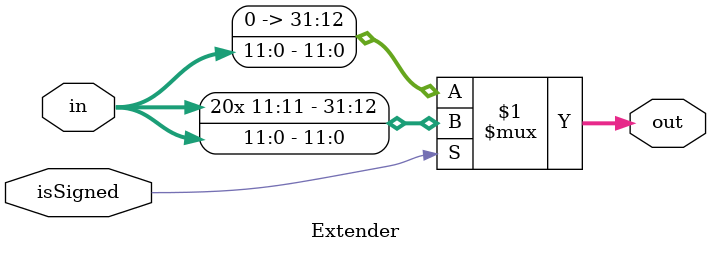
<source format=v>

`timescale 1ns/1ns

module Extender(isSigned, in, out);
    parameter inputLength = 12;
    
    input [31:0] in;
    output [31:0] out;
    input isSigned;
    
    assign out = isSigned? {{(32 - inputLength){in[inputLength - 1]}}, in[inputLength - 1: 0]}:{{(32 - inputLength){1'b0}}, in[inputLength - 1: 0]};
endmodule
</source>
